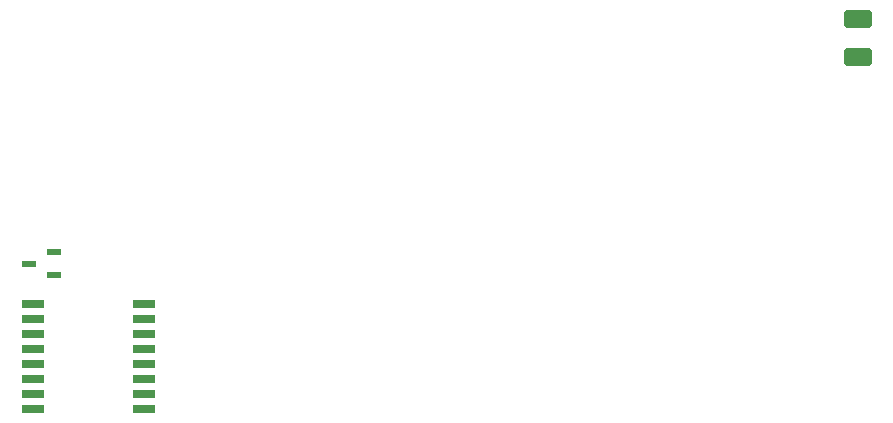
<source format=gbr>
%TF.GenerationSoftware,KiCad,Pcbnew,(6.0.0)*%
%TF.CreationDate,2022-04-28T11:50:28-07:00*%
%TF.ProjectId,AMS-Mega2560-Base,414d532d-4d65-4676-9132-3536302d4261,rev?*%
%TF.SameCoordinates,Original*%
%TF.FileFunction,Paste,Bot*%
%TF.FilePolarity,Positive*%
%FSLAX46Y46*%
G04 Gerber Fmt 4.6, Leading zero omitted, Abs format (unit mm)*
G04 Created by KiCad (PCBNEW (6.0.0)) date 2022-04-28 11:50:28*
%MOMM*%
%LPD*%
G01*
G04 APERTURE LIST*
G04 Aperture macros list*
%AMRoundRect*
0 Rectangle with rounded corners*
0 $1 Rounding radius*
0 $2 $3 $4 $5 $6 $7 $8 $9 X,Y pos of 4 corners*
0 Add a 4 corners polygon primitive as box body*
4,1,4,$2,$3,$4,$5,$6,$7,$8,$9,$2,$3,0*
0 Add four circle primitives for the rounded corners*
1,1,$1+$1,$2,$3*
1,1,$1+$1,$4,$5*
1,1,$1+$1,$6,$7*
1,1,$1+$1,$8,$9*
0 Add four rect primitives between the rounded corners*
20,1,$1+$1,$2,$3,$4,$5,0*
20,1,$1+$1,$4,$5,$6,$7,0*
20,1,$1+$1,$6,$7,$8,$9,0*
20,1,$1+$1,$8,$9,$2,$3,0*%
G04 Aperture macros list end*
%ADD10R,1.250000X0.600000*%
%ADD11R,1.925000X0.650000*%
%ADD12RoundRect,0.250001X0.924999X-0.499999X0.924999X0.499999X-0.924999X0.499999X-0.924999X-0.499999X0*%
G04 APERTURE END LIST*
D10*
%TO.C,IC19*%
X165471400Y-105049500D03*
X165471400Y-106949500D03*
X163371400Y-105999500D03*
%TD*%
D11*
%TO.C,IC16*%
X173122300Y-109425800D03*
X173122300Y-110695800D03*
X173122300Y-111965800D03*
X173122300Y-113235800D03*
X173122300Y-114505800D03*
X173122300Y-115775800D03*
X173122300Y-117045800D03*
X173122300Y-118315800D03*
X163698300Y-118315800D03*
X163698300Y-117045800D03*
X163698300Y-115775800D03*
X163698300Y-114505800D03*
X163698300Y-113235800D03*
X163698300Y-111965800D03*
X163698300Y-110695800D03*
X163698300Y-109425800D03*
%TD*%
D12*
%TO.C,C31*%
X233602600Y-88509900D03*
X233602600Y-85259900D03*
%TD*%
M02*

</source>
